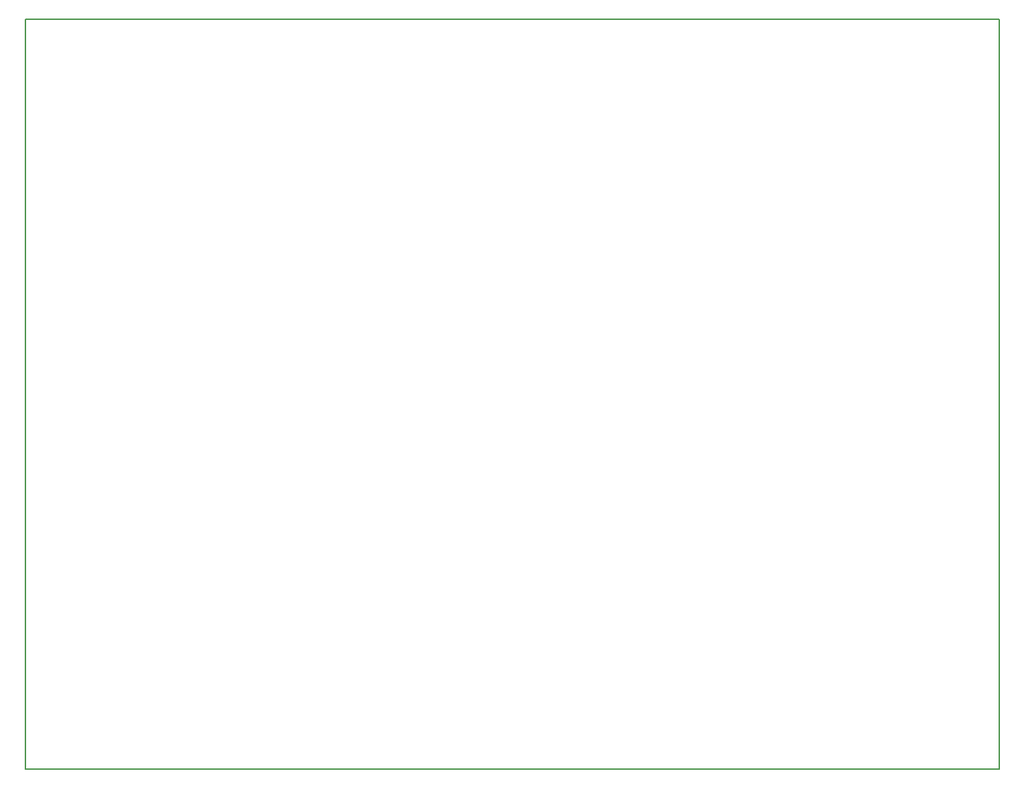
<source format=gbr>
G04 #@! TF.GenerationSoftware,KiCad,Pcbnew,5.0.2+dfsg1-1~bpo9+1*
G04 #@! TF.CreationDate,2019-06-03T16:05:31-04:00*
G04 #@! TF.ProjectId,SCARAMotorFeedbackController,53434152-414d-46f7-946f-724665656462,rev?*
G04 #@! TF.SameCoordinates,Original*
G04 #@! TF.FileFunction,Profile,NP*
%FSLAX46Y46*%
G04 Gerber Fmt 4.6, Leading zero omitted, Abs format (unit mm)*
G04 Created by KiCad (PCBNEW 5.0.2+dfsg1-1~bpo9+1) date Mon 03 Jun 2019 04:05:31 PM EDT*
%MOMM*%
%LPD*%
G01*
G04 APERTURE LIST*
%ADD10C,0.200000*%
G04 APERTURE END LIST*
D10*
X0Y0D02*
X120000000Y0D01*
X0Y92500000D02*
X0Y0D01*
X120000000Y92500000D02*
X0Y92500000D01*
X120000000Y0D02*
X120000000Y92500000D01*
M02*

</source>
